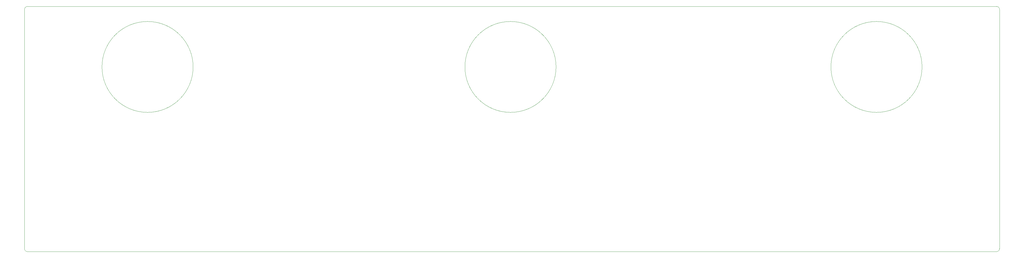
<source format=gm1>
G04 #@! TF.GenerationSoftware,KiCad,Pcbnew,7.0.10-1.fc39*
G04 #@! TF.CreationDate,2024-01-19T21:35:41-05:00*
G04 #@! TF.ProjectId,SYSMATT-WS2812-MATRIX-CARRIER-32X8,5359534d-4154-4542-9d57-53323831322d,rev?*
G04 #@! TF.SameCoordinates,Original*
G04 #@! TF.FileFunction,Profile,NP*
%FSLAX46Y46*%
G04 Gerber Fmt 4.6, Leading zero omitted, Abs format (unit mm)*
G04 Created by KiCad (PCBNEW 7.0.10-1.fc39) date 2024-01-19 21:35:41*
%MOMM*%
%LPD*%
G01*
G04 APERTURE LIST*
G04 #@! TA.AperFunction,Profile*
%ADD10C,0.100000*%
G04 #@! TD*
G04 APERTURE END LIST*
D10*
X11000000Y90000000D02*
G75*
G03*
X10000000Y89000000I0J-1000000D01*
G01*
X11000000Y9000000D02*
X330000000Y9000000D01*
X10000000Y10000000D02*
G75*
G03*
X11000000Y9000000I1000000J0D01*
G01*
X331000000Y10000000D02*
X331000000Y89000000D01*
X65500000Y70000000D02*
G75*
G03*
X35500000Y70000000I-15000000J0D01*
G01*
X35500000Y70000000D02*
G75*
G03*
X65500000Y70000000I15000000J0D01*
G01*
X305500000Y70000000D02*
G75*
G03*
X275500000Y70000000I-15000000J0D01*
G01*
X275500000Y70000000D02*
G75*
G03*
X305500000Y70000000I15000000J0D01*
G01*
X331000000Y89000000D02*
G75*
G03*
X330000000Y90000000I-1000000J0D01*
G01*
X330000000Y9000000D02*
G75*
G03*
X331000000Y10000000I0J1000000D01*
G01*
X330000000Y90000000D02*
X11000000Y90000000D01*
X10000000Y89000000D02*
X10000000Y10000000D01*
X185000000Y70000000D02*
G75*
G03*
X155000000Y70000000I-15000000J0D01*
G01*
X155000000Y70000000D02*
G75*
G03*
X185000000Y70000000I15000000J0D01*
G01*
M02*

</source>
